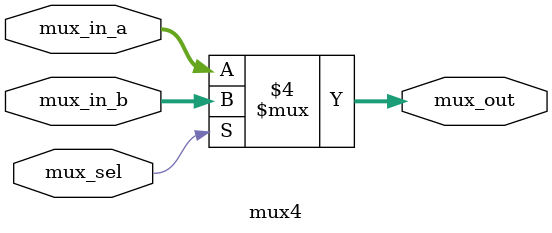
<source format=v>
/*******************************************************************************
* Copyright (C) 2018-2022 Intel Corporation
* 
* This code and the related documents are Intel copyrighted materials, and 
* your use of them is governed by the express license under which they were 
* provided to you ("License"). Unless the License provides otherwise, you may 
* not use, modify, copy, publish, distribute, disclose or transmit this 
* code or the related documents without Intel's prior written permission.
*
* This code and the related documents are provided as is, with no express 
* or implied warranties, other than those that are expressly stated in the 
* License.
*
*******************************************************************************/

// Begin module declaration for "mux4"
module mux4(
	input [3:0] mux_in_a, mux_in_b, // Declare data input "mux_in_a" and "mux_in_b"
	input mux_sel,  				//  Declare control input (select line)
	output reg [3:0] mux_out  		// Declare data output "mux_out"
);
 
	// Create process sensitive to  all inputs
	always@(mux_in_a, mux_in_b, mux_sel) begin
		if (mux_sel == 1'b0)
			mux_out = mux_in_a;
		else
			mux_out = mux_in_b;
    end


endmodule // End module

</source>
